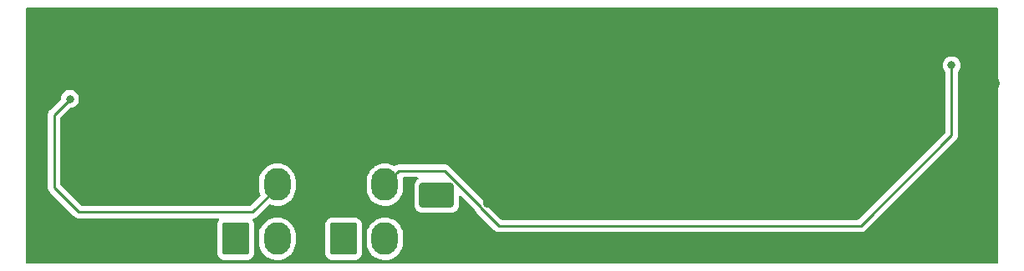
<source format=gbr>
%TF.GenerationSoftware,KiCad,Pcbnew,(6.0.9)*%
%TF.CreationDate,2023-04-01T14:39:57-08:00*%
%TF.ProjectId,LEFT CIRCUIT BREAKER,4c454654-2043-4495-9243-554954204252,1*%
%TF.SameCoordinates,Original*%
%TF.FileFunction,Copper,L2,Bot*%
%TF.FilePolarity,Positive*%
%FSLAX46Y46*%
G04 Gerber Fmt 4.6, Leading zero omitted, Abs format (unit mm)*
G04 Created by KiCad (PCBNEW (6.0.9)) date 2023-04-01 14:39:57*
%MOMM*%
%LPD*%
G01*
G04 APERTURE LIST*
G04 Aperture macros list*
%AMRoundRect*
0 Rectangle with rounded corners*
0 $1 Rounding radius*
0 $2 $3 $4 $5 $6 $7 $8 $9 X,Y pos of 4 corners*
0 Add a 4 corners polygon primitive as box body*
4,1,4,$2,$3,$4,$5,$6,$7,$8,$9,$2,$3,0*
0 Add four circle primitives for the rounded corners*
1,1,$1+$1,$2,$3*
1,1,$1+$1,$4,$5*
1,1,$1+$1,$6,$7*
1,1,$1+$1,$8,$9*
0 Add four rect primitives between the rounded corners*
20,1,$1+$1,$2,$3,$4,$5,0*
20,1,$1+$1,$4,$5,$6,$7,0*
20,1,$1+$1,$6,$7,$8,$9,0*
20,1,$1+$1,$8,$9,$2,$3,0*%
G04 Aperture macros list end*
%TA.AperFunction,SMDPad,CuDef*%
%ADD10RoundRect,0.250000X-1.500000X-1.000000X1.500000X-1.000000X1.500000X1.000000X-1.500000X1.000000X0*%
%TD*%
%TA.AperFunction,ComponentPad*%
%ADD11RoundRect,0.250001X-1.099999X-1.399999X1.099999X-1.399999X1.099999X1.399999X-1.099999X1.399999X0*%
%TD*%
%TA.AperFunction,ComponentPad*%
%ADD12O,2.700000X3.300000*%
%TD*%
%TA.AperFunction,ViaPad*%
%ADD13C,1.500000*%
%TD*%
%TA.AperFunction,ViaPad*%
%ADD14C,0.800000*%
%TD*%
%TA.AperFunction,Conductor*%
%ADD15C,0.250000*%
%TD*%
G04 APERTURE END LIST*
D10*
%TO.P,C1,1*%
%TO.N,/LED+5V*%
X54128840Y-5124280D03*
%TO.P,C1,2*%
%TO.N,/LEDGND*%
X60628840Y-5124280D03*
%TD*%
D11*
%TO.P,J1,1*%
%TO.N,/LED+5V*%
X33778840Y-9524280D03*
D12*
%TO.P,J1,2*%
X37978840Y-9524280D03*
%TO.P,J1,3*%
%TO.N,/LEDGND*%
X33778840Y-4024280D03*
%TO.P,J1,4*%
%TO.N,/DATAIN*%
X37978840Y-4024280D03*
%TD*%
D11*
%TO.P,J2,1*%
%TO.N,/LED+5V*%
X44678840Y-9524280D03*
D12*
%TO.P,J2,2*%
X48878840Y-9524280D03*
%TO.P,J2,3*%
%TO.N,/LEDGND*%
X44678840Y-4024280D03*
%TO.P,J2,4*%
%TO.N,/DATAOUT*%
X48878840Y-4024280D03*
%TD*%
D13*
%TO.N,/LEDGND*%
X79978840Y9675720D03*
X36178840Y1175720D03*
X110378840Y6275720D03*
X94578840Y6475720D03*
X103378840Y6375720D03*
X54678840Y9775720D03*
X79878840Y3375720D03*
X53078840Y1175720D03*
X29553840Y9600720D03*
X26778840Y-224280D03*
X61478840Y1175720D03*
X101578840Y175720D03*
X18278840Y-224280D03*
X44678840Y1175720D03*
D14*
%TO.N,/DATAIN*%
X16978840Y4675720D03*
%TO.N,/DATAOUT*%
X106278840Y8075720D03*
%TD*%
D15*
%TO.N,/DATAIN*%
X16978840Y4675720D02*
X16978840Y4675720D01*
X35478840Y-6824280D02*
X17878840Y-6824280D01*
X15378840Y3075720D02*
X16978840Y4675720D01*
X17878840Y-6824280D02*
X15378840Y-4324280D01*
X15378840Y-4324280D02*
X15378840Y3075720D01*
X37978840Y-4024280D02*
X37978840Y-4324280D01*
X37978840Y-4324280D02*
X35478840Y-6824280D01*
%TO.N,/DATAOUT*%
X97078840Y-8224280D02*
X97278840Y-8024280D01*
X58553830Y-6236080D02*
X58553830Y-6362460D01*
X58553830Y-6362460D02*
X60415650Y-8224280D01*
X50278840Y-2624280D02*
X54942030Y-2624280D01*
X48878840Y-4024280D02*
X50278840Y-2624280D01*
X106278840Y7510035D02*
X106278840Y975720D01*
X60415650Y-8224280D02*
X97078840Y-8224280D01*
X54942030Y-2624280D02*
X58553830Y-6236080D01*
X106278840Y8075720D02*
X106278840Y7510035D01*
X97278840Y-8024280D02*
X97178840Y-8124280D01*
X106278840Y975720D02*
X97278840Y-8024280D01*
%TD*%
%TA.AperFunction,Conductor*%
%TO.N,/LEDGND*%
G36*
X110912461Y13947218D02*
G01*
X110958954Y13893562D01*
X110970340Y13841220D01*
X110970340Y-11889780D01*
X110950338Y-11957901D01*
X110896682Y-12004394D01*
X110844340Y-12015780D01*
X12613340Y-12015780D01*
X12545219Y-11995778D01*
X12498726Y-11942122D01*
X12487340Y-11889780D01*
X12487340Y3095777D01*
X14740620Y3095777D01*
X14741366Y3087885D01*
X14744781Y3051759D01*
X14745340Y3039901D01*
X14745340Y-4245513D01*
X14744813Y-4256696D01*
X14743138Y-4264189D01*
X14743387Y-4272115D01*
X14743387Y-4272116D01*
X14745278Y-4332266D01*
X14745340Y-4336225D01*
X14745340Y-4364136D01*
X14745837Y-4368070D01*
X14745837Y-4368071D01*
X14745845Y-4368136D01*
X14746778Y-4379973D01*
X14748167Y-4424169D01*
X14753818Y-4443619D01*
X14757827Y-4462980D01*
X14760366Y-4483077D01*
X14763285Y-4490448D01*
X14763285Y-4490450D01*
X14776644Y-4524192D01*
X14780489Y-4535422D01*
X14792822Y-4577873D01*
X14796855Y-4584692D01*
X14796857Y-4584697D01*
X14803133Y-4595308D01*
X14811828Y-4613056D01*
X14819288Y-4631897D01*
X14823950Y-4638313D01*
X14823950Y-4638314D01*
X14845276Y-4667667D01*
X14851792Y-4677587D01*
X14874298Y-4715642D01*
X14888619Y-4729963D01*
X14901459Y-4744996D01*
X14913368Y-4761387D01*
X14919474Y-4766438D01*
X14947445Y-4789578D01*
X14956224Y-4797568D01*
X17375188Y-7216533D01*
X17382728Y-7224819D01*
X17386840Y-7231298D01*
X17392617Y-7236723D01*
X17436491Y-7277923D01*
X17439333Y-7280678D01*
X17459070Y-7300415D01*
X17462267Y-7302895D01*
X17471287Y-7310598D01*
X17503519Y-7340866D01*
X17510465Y-7344685D01*
X17510468Y-7344687D01*
X17521274Y-7350628D01*
X17537793Y-7361479D01*
X17553799Y-7373894D01*
X17561068Y-7377039D01*
X17561072Y-7377042D01*
X17594377Y-7391454D01*
X17605027Y-7396671D01*
X17643780Y-7417975D01*
X17651455Y-7419946D01*
X17651456Y-7419946D01*
X17663402Y-7423013D01*
X17682106Y-7429417D01*
X17688457Y-7432165D01*
X17700695Y-7437461D01*
X17708518Y-7438700D01*
X17708528Y-7438703D01*
X17744364Y-7444379D01*
X17755984Y-7446785D01*
X17787799Y-7454953D01*
X17798810Y-7457780D01*
X17819064Y-7457780D01*
X17838774Y-7459331D01*
X17858783Y-7462500D01*
X17866675Y-7461754D01*
X17902801Y-7458339D01*
X17914659Y-7457780D01*
X31973129Y-7457780D01*
X32041250Y-7477782D01*
X32087743Y-7531438D01*
X32097847Y-7601712D01*
X32077282Y-7649588D01*
X32079535Y-7650977D01*
X31986725Y-7801542D01*
X31931043Y-7969419D01*
X31930343Y-7976255D01*
X31930342Y-7976258D01*
X31925931Y-8019311D01*
X31920340Y-8073880D01*
X31920340Y-10974680D01*
X31920677Y-10977926D01*
X31920677Y-10977930D01*
X31928718Y-11055421D01*
X31931314Y-11080445D01*
X31987290Y-11248225D01*
X32080362Y-11398628D01*
X32205537Y-11523585D01*
X32211767Y-11527425D01*
X32211768Y-11527426D01*
X32348930Y-11611974D01*
X32356102Y-11616395D01*
X32435845Y-11642844D01*
X32517451Y-11669912D01*
X32517453Y-11669912D01*
X32523979Y-11672077D01*
X32530815Y-11672777D01*
X32530818Y-11672778D01*
X32573871Y-11677189D01*
X32628440Y-11682780D01*
X34929240Y-11682780D01*
X34932486Y-11682443D01*
X34932490Y-11682443D01*
X35028147Y-11672518D01*
X35028151Y-11672517D01*
X35035005Y-11671806D01*
X35041541Y-11669625D01*
X35041543Y-11669625D01*
X35182529Y-11622588D01*
X35202785Y-11615830D01*
X35353188Y-11522758D01*
X35478145Y-11397583D01*
X35481986Y-11391352D01*
X35567115Y-11253248D01*
X35567116Y-11253246D01*
X35570955Y-11247018D01*
X35626637Y-11079141D01*
X35629068Y-11055421D01*
X35631749Y-11029249D01*
X35637340Y-10974680D01*
X35637340Y-9892792D01*
X36120340Y-9892792D01*
X36134887Y-10093284D01*
X36135871Y-10097739D01*
X36135871Y-10097742D01*
X36174036Y-10270602D01*
X36193034Y-10356652D01*
X36194652Y-10360922D01*
X36260784Y-10535474D01*
X36288590Y-10608868D01*
X36419554Y-10844648D01*
X36422326Y-10848280D01*
X36536448Y-10997815D01*
X36583183Y-11059053D01*
X36586449Y-11062246D01*
X36586451Y-11062248D01*
X36611754Y-11086983D01*
X36776048Y-11247592D01*
X36994110Y-11406314D01*
X37093871Y-11458801D01*
X37228761Y-11529770D01*
X37228767Y-11529773D01*
X37232801Y-11531895D01*
X37237106Y-11533415D01*
X37237110Y-11533417D01*
X37470483Y-11615830D01*
X37487120Y-11621705D01*
X37614872Y-11646885D01*
X37747268Y-11672980D01*
X37747274Y-11672981D01*
X37751740Y-11673861D01*
X37756293Y-11674088D01*
X37756296Y-11674088D01*
X38016548Y-11687044D01*
X38016554Y-11687044D01*
X38021117Y-11687271D01*
X38289609Y-11661655D01*
X38294043Y-11660570D01*
X38294049Y-11660569D01*
X38547152Y-11598635D01*
X38551590Y-11597549D01*
X38801573Y-11496295D01*
X39034322Y-11360015D01*
X39244959Y-11191564D01*
X39429074Y-10994471D01*
X39442803Y-10974680D01*
X42820340Y-10974680D01*
X42820677Y-10977926D01*
X42820677Y-10977930D01*
X42828718Y-11055421D01*
X42831314Y-11080445D01*
X42887290Y-11248225D01*
X42980362Y-11398628D01*
X43105537Y-11523585D01*
X43111767Y-11527425D01*
X43111768Y-11527426D01*
X43248930Y-11611974D01*
X43256102Y-11616395D01*
X43335845Y-11642844D01*
X43417451Y-11669912D01*
X43417453Y-11669912D01*
X43423979Y-11672077D01*
X43430815Y-11672777D01*
X43430818Y-11672778D01*
X43473871Y-11677189D01*
X43528440Y-11682780D01*
X45829240Y-11682780D01*
X45832486Y-11682443D01*
X45832490Y-11682443D01*
X45928147Y-11672518D01*
X45928151Y-11672517D01*
X45935005Y-11671806D01*
X45941541Y-11669625D01*
X45941543Y-11669625D01*
X46082529Y-11622588D01*
X46102785Y-11615830D01*
X46253188Y-11522758D01*
X46378145Y-11397583D01*
X46381986Y-11391352D01*
X46467115Y-11253248D01*
X46467116Y-11253246D01*
X46470955Y-11247018D01*
X46526637Y-11079141D01*
X46529068Y-11055421D01*
X46531749Y-11029249D01*
X46537340Y-10974680D01*
X46537340Y-9892792D01*
X47020340Y-9892792D01*
X47034887Y-10093284D01*
X47035871Y-10097739D01*
X47035871Y-10097742D01*
X47074036Y-10270602D01*
X47093034Y-10356652D01*
X47094652Y-10360922D01*
X47160784Y-10535474D01*
X47188590Y-10608868D01*
X47319554Y-10844648D01*
X47322326Y-10848280D01*
X47436448Y-10997815D01*
X47483183Y-11059053D01*
X47486449Y-11062246D01*
X47486451Y-11062248D01*
X47511754Y-11086983D01*
X47676048Y-11247592D01*
X47894110Y-11406314D01*
X47993871Y-11458801D01*
X48128761Y-11529770D01*
X48128767Y-11529773D01*
X48132801Y-11531895D01*
X48137106Y-11533415D01*
X48137110Y-11533417D01*
X48370483Y-11615830D01*
X48387120Y-11621705D01*
X48514872Y-11646885D01*
X48647268Y-11672980D01*
X48647274Y-11672981D01*
X48651740Y-11673861D01*
X48656293Y-11674088D01*
X48656296Y-11674088D01*
X48916548Y-11687044D01*
X48916554Y-11687044D01*
X48921117Y-11687271D01*
X49189609Y-11661655D01*
X49194043Y-11660570D01*
X49194049Y-11660569D01*
X49447152Y-11598635D01*
X49451590Y-11597549D01*
X49701573Y-11496295D01*
X49934322Y-11360015D01*
X50144959Y-11191564D01*
X50329074Y-10994471D01*
X50482808Y-10772864D01*
X50602941Y-10531386D01*
X50686958Y-10275094D01*
X50687738Y-10270602D01*
X50732441Y-10013140D01*
X50732442Y-10013132D01*
X50733097Y-10009359D01*
X50737340Y-9924131D01*
X50737340Y-9155768D01*
X50722793Y-8955276D01*
X50701391Y-8858339D01*
X50665631Y-8696368D01*
X50665630Y-8696364D01*
X50664646Y-8691908D01*
X50616868Y-8565800D01*
X50570708Y-8443962D01*
X50570707Y-8443959D01*
X50569090Y-8439692D01*
X50438126Y-8203912D01*
X50336408Y-8070630D01*
X50277269Y-7993139D01*
X50277268Y-7993138D01*
X50274497Y-7989507D01*
X50247271Y-7962891D01*
X50142363Y-7860337D01*
X50081632Y-7800968D01*
X49863570Y-7642246D01*
X49760277Y-7587901D01*
X49628919Y-7518790D01*
X49628913Y-7518787D01*
X49624879Y-7516665D01*
X49620574Y-7515145D01*
X49620570Y-7515143D01*
X49374873Y-7428378D01*
X49374872Y-7428378D01*
X49370560Y-7426855D01*
X49217443Y-7396676D01*
X49110412Y-7375580D01*
X49110406Y-7375579D01*
X49105940Y-7374699D01*
X49101387Y-7374472D01*
X49101384Y-7374472D01*
X48841132Y-7361516D01*
X48841126Y-7361516D01*
X48836563Y-7361289D01*
X48568071Y-7386905D01*
X48563637Y-7387990D01*
X48563631Y-7387991D01*
X48329400Y-7445307D01*
X48306090Y-7451011D01*
X48056107Y-7552265D01*
X47823358Y-7688545D01*
X47612721Y-7856996D01*
X47428606Y-8054089D01*
X47274872Y-8275696D01*
X47154739Y-8517174D01*
X47153318Y-8521508D01*
X47153317Y-8521511D01*
X47072174Y-8769038D01*
X47070722Y-8773466D01*
X47069942Y-8777957D01*
X47069942Y-8777958D01*
X47038365Y-8959827D01*
X47024583Y-9039201D01*
X47020340Y-9124429D01*
X47020340Y-9892792D01*
X46537340Y-9892792D01*
X46537340Y-8073880D01*
X46534940Y-8050745D01*
X46527078Y-7974973D01*
X46527077Y-7974969D01*
X46526366Y-7968115D01*
X46470390Y-7800335D01*
X46377318Y-7649932D01*
X46252143Y-7524975D01*
X46166228Y-7472016D01*
X46107808Y-7436005D01*
X46107806Y-7436004D01*
X46101578Y-7432165D01*
X46004564Y-7399987D01*
X45940229Y-7378648D01*
X45940227Y-7378648D01*
X45933701Y-7376483D01*
X45926865Y-7375783D01*
X45926862Y-7375782D01*
X45883809Y-7371371D01*
X45829240Y-7365780D01*
X43528440Y-7365780D01*
X43525194Y-7366117D01*
X43525190Y-7366117D01*
X43429533Y-7376042D01*
X43429529Y-7376043D01*
X43422675Y-7376754D01*
X43416139Y-7378935D01*
X43416137Y-7378935D01*
X43310559Y-7414159D01*
X43254895Y-7432730D01*
X43104492Y-7525802D01*
X42979535Y-7650977D01*
X42975695Y-7657207D01*
X42975694Y-7657208D01*
X42956378Y-7688545D01*
X42886725Y-7801542D01*
X42831043Y-7969419D01*
X42830343Y-7976255D01*
X42830342Y-7976258D01*
X42825931Y-8019311D01*
X42820340Y-8073880D01*
X42820340Y-10974680D01*
X39442803Y-10974680D01*
X39582808Y-10772864D01*
X39702941Y-10531386D01*
X39786958Y-10275094D01*
X39787738Y-10270602D01*
X39832441Y-10013140D01*
X39832442Y-10013132D01*
X39833097Y-10009359D01*
X39837340Y-9924131D01*
X39837340Y-9155768D01*
X39822793Y-8955276D01*
X39801391Y-8858339D01*
X39765631Y-8696368D01*
X39765630Y-8696364D01*
X39764646Y-8691908D01*
X39716868Y-8565800D01*
X39670708Y-8443962D01*
X39670707Y-8443959D01*
X39669090Y-8439692D01*
X39538126Y-8203912D01*
X39436408Y-8070630D01*
X39377269Y-7993139D01*
X39377268Y-7993138D01*
X39374497Y-7989507D01*
X39347271Y-7962891D01*
X39242363Y-7860337D01*
X39181632Y-7800968D01*
X38963570Y-7642246D01*
X38860277Y-7587901D01*
X38728919Y-7518790D01*
X38728913Y-7518787D01*
X38724879Y-7516665D01*
X38720574Y-7515145D01*
X38720570Y-7515143D01*
X38474873Y-7428378D01*
X38474872Y-7428378D01*
X38470560Y-7426855D01*
X38317443Y-7396676D01*
X38210412Y-7375580D01*
X38210406Y-7375579D01*
X38205940Y-7374699D01*
X38201387Y-7374472D01*
X38201384Y-7374472D01*
X37941132Y-7361516D01*
X37941126Y-7361516D01*
X37936563Y-7361289D01*
X37668071Y-7386905D01*
X37663637Y-7387990D01*
X37663631Y-7387991D01*
X37429400Y-7445307D01*
X37406090Y-7451011D01*
X37156107Y-7552265D01*
X36923358Y-7688545D01*
X36712721Y-7856996D01*
X36528606Y-8054089D01*
X36374872Y-8275696D01*
X36254739Y-8517174D01*
X36253318Y-8521508D01*
X36253317Y-8521511D01*
X36172174Y-8769038D01*
X36170722Y-8773466D01*
X36169942Y-8777957D01*
X36169942Y-8777958D01*
X36138365Y-8959827D01*
X36124583Y-9039201D01*
X36120340Y-9124429D01*
X36120340Y-9892792D01*
X35637340Y-9892792D01*
X35637340Y-8073880D01*
X35634940Y-8050745D01*
X35627078Y-7974973D01*
X35627077Y-7974969D01*
X35626366Y-7968115D01*
X35570390Y-7800335D01*
X35477318Y-7649932D01*
X35479315Y-7648696D01*
X35456917Y-7593341D01*
X35470097Y-7523578D01*
X35518902Y-7472016D01*
X35563420Y-7459254D01*
X35562975Y-7456443D01*
X35570809Y-7455202D01*
X35578729Y-7454953D01*
X35598183Y-7449301D01*
X35617540Y-7445293D01*
X35629770Y-7443748D01*
X35629771Y-7443748D01*
X35637637Y-7442754D01*
X35645008Y-7439835D01*
X35645010Y-7439835D01*
X35678752Y-7426476D01*
X35689982Y-7422631D01*
X35724823Y-7412509D01*
X35724824Y-7412509D01*
X35732433Y-7410298D01*
X35739252Y-7406265D01*
X35739257Y-7406263D01*
X35749868Y-7399987D01*
X35767616Y-7391292D01*
X35786457Y-7383832D01*
X35822227Y-7357844D01*
X35832147Y-7351328D01*
X35863375Y-7332860D01*
X35863378Y-7332858D01*
X35870202Y-7328822D01*
X35884523Y-7314501D01*
X35899557Y-7301660D01*
X35909534Y-7294411D01*
X35915947Y-7289752D01*
X35944138Y-7255675D01*
X35952128Y-7246896D01*
X37128107Y-6070917D01*
X37190419Y-6036891D01*
X37259158Y-6041203D01*
X37449891Y-6108558D01*
X37487120Y-6121705D01*
X37614872Y-6146885D01*
X37747268Y-6172980D01*
X37747274Y-6172981D01*
X37751740Y-6173861D01*
X37756293Y-6174088D01*
X37756296Y-6174088D01*
X38016548Y-6187044D01*
X38016554Y-6187044D01*
X38021117Y-6187271D01*
X38289609Y-6161655D01*
X38294043Y-6160570D01*
X38294049Y-6160569D01*
X38547152Y-6098635D01*
X38551590Y-6097549D01*
X38801573Y-5996295D01*
X39034322Y-5860015D01*
X39244959Y-5691564D01*
X39429074Y-5494471D01*
X39582808Y-5272864D01*
X39702941Y-5031386D01*
X39724542Y-4965494D01*
X39785538Y-4779427D01*
X39785539Y-4779421D01*
X39786958Y-4775094D01*
X39804776Y-4672472D01*
X39832441Y-4513140D01*
X39832442Y-4513132D01*
X39833097Y-4509359D01*
X39836370Y-4443619D01*
X39837262Y-4425702D01*
X39837262Y-4425694D01*
X39837340Y-4424131D01*
X39837340Y-4392792D01*
X47020340Y-4392792D01*
X47020505Y-4395060D01*
X47020505Y-4395072D01*
X47026320Y-4475210D01*
X47034887Y-4593284D01*
X47035871Y-4597739D01*
X47035871Y-4597742D01*
X47079060Y-4793357D01*
X47093034Y-4856652D01*
X47094652Y-4860922D01*
X47160784Y-5035474D01*
X47188590Y-5108868D01*
X47319554Y-5344648D01*
X47322326Y-5348280D01*
X47436448Y-5497815D01*
X47483183Y-5559053D01*
X47676048Y-5747592D01*
X47894110Y-5906314D01*
X47950226Y-5935838D01*
X48128761Y-6029770D01*
X48128767Y-6029773D01*
X48132801Y-6031895D01*
X48137106Y-6033415D01*
X48137110Y-6033417D01*
X48349891Y-6108558D01*
X48387120Y-6121705D01*
X48514872Y-6146885D01*
X48647268Y-6172980D01*
X48647274Y-6172981D01*
X48651740Y-6173861D01*
X48656293Y-6174088D01*
X48656296Y-6174088D01*
X48916548Y-6187044D01*
X48916554Y-6187044D01*
X48921117Y-6187271D01*
X49189609Y-6161655D01*
X49194043Y-6160570D01*
X49194049Y-6160569D01*
X49447152Y-6098635D01*
X49451590Y-6097549D01*
X49701573Y-5996295D01*
X49934322Y-5860015D01*
X50144959Y-5691564D01*
X50329074Y-5494471D01*
X50482808Y-5272864D01*
X50602941Y-5031386D01*
X50624542Y-4965494D01*
X50685538Y-4779427D01*
X50685539Y-4779421D01*
X50686958Y-4775094D01*
X50704776Y-4672472D01*
X50732441Y-4513140D01*
X50732442Y-4513132D01*
X50733097Y-4509359D01*
X50736370Y-4443619D01*
X50737262Y-4425702D01*
X50737262Y-4425694D01*
X50737340Y-4424131D01*
X50737340Y-3655768D01*
X50736993Y-3650977D01*
X50723123Y-3459824D01*
X50722793Y-3455276D01*
X50713005Y-3410944D01*
X50717850Y-3340115D01*
X50760220Y-3283147D01*
X50826663Y-3258130D01*
X50836042Y-3257780D01*
X52144551Y-3257780D01*
X52212672Y-3277782D01*
X52259165Y-3331438D01*
X52269269Y-3401712D01*
X52239775Y-3466292D01*
X52210854Y-3490924D01*
X52154492Y-3525802D01*
X52029535Y-3650977D01*
X52025695Y-3657207D01*
X52025694Y-3657208D01*
X52025170Y-3658059D01*
X51936725Y-3801542D01*
X51881043Y-3969419D01*
X51870340Y-4073880D01*
X51870340Y-6174680D01*
X51881314Y-6280446D01*
X51937290Y-6448226D01*
X52030362Y-6598628D01*
X52155537Y-6723585D01*
X52161767Y-6727425D01*
X52161768Y-6727426D01*
X52298930Y-6811974D01*
X52306102Y-6816395D01*
X52340361Y-6827758D01*
X52467451Y-6869912D01*
X52467453Y-6869912D01*
X52473979Y-6872077D01*
X52480815Y-6872777D01*
X52480818Y-6872778D01*
X52523871Y-6877189D01*
X52578440Y-6882780D01*
X55679240Y-6882780D01*
X55682486Y-6882443D01*
X55682490Y-6882443D01*
X55778148Y-6872518D01*
X55778152Y-6872517D01*
X55785006Y-6871806D01*
X55791542Y-6869625D01*
X55791544Y-6869625D01*
X55923646Y-6825552D01*
X55952786Y-6815830D01*
X56103188Y-6722758D01*
X56228145Y-6597583D01*
X56242927Y-6573602D01*
X56317115Y-6453248D01*
X56317116Y-6453246D01*
X56320955Y-6447018D01*
X56376637Y-6279141D01*
X56387340Y-6174680D01*
X56387340Y-5269684D01*
X56407342Y-5201563D01*
X56460998Y-5155070D01*
X56531272Y-5144966D01*
X56595852Y-5174460D01*
X56602435Y-5180589D01*
X57911826Y-6489980D01*
X57939883Y-6532692D01*
X57951634Y-6562372D01*
X57955479Y-6573602D01*
X57965601Y-6608443D01*
X57967812Y-6616053D01*
X57971845Y-6622872D01*
X57971847Y-6622877D01*
X57978123Y-6633488D01*
X57986818Y-6651236D01*
X57994278Y-6670077D01*
X57998940Y-6676493D01*
X57998940Y-6676494D01*
X58020266Y-6705847D01*
X58026782Y-6715767D01*
X58030917Y-6722758D01*
X58049288Y-6753822D01*
X58063609Y-6768143D01*
X58076449Y-6783176D01*
X58088358Y-6799567D01*
X58104058Y-6812555D01*
X58122435Y-6827758D01*
X58131214Y-6835748D01*
X59911998Y-8616533D01*
X59919538Y-8624819D01*
X59923650Y-8631298D01*
X59929427Y-8636723D01*
X59973301Y-8677923D01*
X59976143Y-8680678D01*
X59995880Y-8700415D01*
X59999077Y-8702895D01*
X60008097Y-8710598D01*
X60040329Y-8740866D01*
X60047275Y-8744685D01*
X60047278Y-8744687D01*
X60058084Y-8750628D01*
X60074603Y-8761479D01*
X60090609Y-8773894D01*
X60097878Y-8777039D01*
X60097882Y-8777042D01*
X60131187Y-8791454D01*
X60141837Y-8796671D01*
X60180590Y-8817975D01*
X60188265Y-8819946D01*
X60188266Y-8819946D01*
X60200212Y-8823013D01*
X60218917Y-8829417D01*
X60237505Y-8837461D01*
X60245328Y-8838700D01*
X60245338Y-8838703D01*
X60281174Y-8844379D01*
X60292794Y-8846785D01*
X60324609Y-8854953D01*
X60335620Y-8857780D01*
X60355874Y-8857780D01*
X60375584Y-8859331D01*
X60395593Y-8862500D01*
X60403485Y-8861754D01*
X60422230Y-8859982D01*
X60439612Y-8858339D01*
X60451469Y-8857780D01*
X97000073Y-8857780D01*
X97011256Y-8858307D01*
X97018749Y-8859982D01*
X97026675Y-8859733D01*
X97026676Y-8859733D01*
X97086826Y-8857842D01*
X97090785Y-8857780D01*
X97118696Y-8857780D01*
X97122631Y-8857283D01*
X97122696Y-8857275D01*
X97134533Y-8856342D01*
X97166791Y-8855328D01*
X97170810Y-8855202D01*
X97178729Y-8854953D01*
X97198183Y-8849301D01*
X97217540Y-8845293D01*
X97229770Y-8843748D01*
X97229771Y-8843748D01*
X97237637Y-8842754D01*
X97245008Y-8839835D01*
X97245010Y-8839835D01*
X97278752Y-8826476D01*
X97289982Y-8822631D01*
X97324823Y-8812509D01*
X97324824Y-8812509D01*
X97332433Y-8810298D01*
X97339252Y-8806265D01*
X97339257Y-8806263D01*
X97349868Y-8799987D01*
X97367616Y-8791292D01*
X97386457Y-8783832D01*
X97422227Y-8757844D01*
X97432147Y-8751328D01*
X97463375Y-8732860D01*
X97463378Y-8732858D01*
X97470202Y-8728822D01*
X97484523Y-8714501D01*
X97499557Y-8701660D01*
X97509534Y-8694411D01*
X97515947Y-8689752D01*
X97544138Y-8655675D01*
X97552128Y-8646896D01*
X97754975Y-8444049D01*
X106671093Y472068D01*
X106679379Y479608D01*
X106685858Y483720D01*
X106732484Y533372D01*
X106735238Y536213D01*
X106754975Y555950D01*
X106757455Y559147D01*
X106765160Y568169D01*
X106789999Y594620D01*
X106795426Y600399D01*
X106799245Y607345D01*
X106799247Y607348D01*
X106805188Y618154D01*
X106816039Y634673D01*
X106823598Y644419D01*
X106828454Y650679D01*
X106831599Y657948D01*
X106831602Y657952D01*
X106846014Y691257D01*
X106851231Y701907D01*
X106872535Y740660D01*
X106877573Y760283D01*
X106883977Y778986D01*
X106888873Y790300D01*
X106888873Y790301D01*
X106892021Y797575D01*
X106893260Y805398D01*
X106893263Y805408D01*
X106898939Y841244D01*
X106901345Y852864D01*
X106910368Y888009D01*
X106910368Y888010D01*
X106912340Y895690D01*
X106912340Y915944D01*
X106913891Y935655D01*
X106915820Y947834D01*
X106917060Y955663D01*
X106912899Y999682D01*
X106912340Y1011539D01*
X106912340Y7373196D01*
X106932342Y7441317D01*
X106944698Y7457499D01*
X107017880Y7538776D01*
X107113367Y7704164D01*
X107172382Y7885792D01*
X107192344Y8075720D01*
X107172382Y8265648D01*
X107113367Y8447276D01*
X107017880Y8612664D01*
X106890093Y8754586D01*
X106735592Y8866838D01*
X106729564Y8869522D01*
X106729562Y8869523D01*
X106567159Y8941829D01*
X106567158Y8941829D01*
X106561128Y8944514D01*
X106467728Y8964367D01*
X106380784Y8982848D01*
X106380779Y8982848D01*
X106374327Y8984220D01*
X106183353Y8984220D01*
X106176901Y8982848D01*
X106176896Y8982848D01*
X106089952Y8964367D01*
X105996552Y8944514D01*
X105990522Y8941829D01*
X105990521Y8941829D01*
X105828118Y8869523D01*
X105828116Y8869522D01*
X105822088Y8866838D01*
X105667587Y8754586D01*
X105539800Y8612664D01*
X105444313Y8447276D01*
X105385298Y8265648D01*
X105365336Y8075720D01*
X105385298Y7885792D01*
X105444313Y7704164D01*
X105539800Y7538776D01*
X105612977Y7457505D01*
X105643693Y7393499D01*
X105645340Y7373196D01*
X105645340Y1290314D01*
X105625338Y1222193D01*
X105608435Y1201219D01*
X96887477Y-7519738D01*
X96853340Y-7553875D01*
X96791028Y-7587901D01*
X96764245Y-7590780D01*
X60730244Y-7590780D01*
X60662123Y-7570778D01*
X60641149Y-7553875D01*
X59923023Y-6835748D01*
X59195833Y-6108558D01*
X59167776Y-6065845D01*
X59156030Y-6036177D01*
X59152185Y-6024948D01*
X59142060Y-5990097D01*
X59142060Y-5990096D01*
X59139849Y-5982487D01*
X59129535Y-5965046D01*
X59120838Y-5947293D01*
X59116302Y-5935838D01*
X59113382Y-5928463D01*
X59087393Y-5892692D01*
X59080877Y-5882772D01*
X59068785Y-5862325D01*
X59058372Y-5844718D01*
X59044051Y-5830397D01*
X59031210Y-5815363D01*
X59023961Y-5805386D01*
X59019302Y-5798973D01*
X58985225Y-5770782D01*
X58976446Y-5762792D01*
X55445682Y-2232027D01*
X55438142Y-2223741D01*
X55434030Y-2217262D01*
X55384378Y-2170636D01*
X55381537Y-2167882D01*
X55361800Y-2148145D01*
X55358603Y-2145665D01*
X55349581Y-2137960D01*
X55330409Y-2119956D01*
X55317351Y-2107694D01*
X55310405Y-2103875D01*
X55310402Y-2103873D01*
X55299596Y-2097932D01*
X55283077Y-2087081D01*
X55282613Y-2086721D01*
X55267071Y-2074666D01*
X55259802Y-2071521D01*
X55259798Y-2071518D01*
X55226493Y-2057106D01*
X55215843Y-2051889D01*
X55177090Y-2030585D01*
X55157467Y-2025547D01*
X55138764Y-2019143D01*
X55127450Y-2014247D01*
X55127449Y-2014247D01*
X55120175Y-2011099D01*
X55112352Y-2009860D01*
X55112342Y-2009857D01*
X55076506Y-2004181D01*
X55064886Y-2001775D01*
X55029741Y-1992752D01*
X55029740Y-1992752D01*
X55022060Y-1990780D01*
X55001806Y-1990780D01*
X54982095Y-1989229D01*
X54969916Y-1987300D01*
X54962087Y-1986060D01*
X54932816Y-1988827D01*
X54918069Y-1990221D01*
X54906211Y-1990780D01*
X50357607Y-1990780D01*
X50346424Y-1990253D01*
X50338931Y-1988578D01*
X50331005Y-1988827D01*
X50331004Y-1988827D01*
X50270854Y-1990718D01*
X50266895Y-1990780D01*
X50238984Y-1990780D01*
X50235050Y-1991277D01*
X50235049Y-1991277D01*
X50234984Y-1991285D01*
X50223147Y-1992218D01*
X50190889Y-1993232D01*
X50186870Y-1993358D01*
X50178951Y-1993607D01*
X50159497Y-1999259D01*
X50140140Y-2003267D01*
X50127910Y-2004812D01*
X50127909Y-2004812D01*
X50120043Y-2005806D01*
X50112672Y-2008725D01*
X50112670Y-2008725D01*
X50078928Y-2022084D01*
X50067698Y-2025929D01*
X50032857Y-2036051D01*
X50032856Y-2036051D01*
X50025247Y-2038262D01*
X50018428Y-2042295D01*
X50018423Y-2042297D01*
X50007812Y-2048573D01*
X49990064Y-2057268D01*
X49971223Y-2064728D01*
X49964807Y-2069390D01*
X49964806Y-2069390D01*
X49935453Y-2090716D01*
X49925542Y-2097227D01*
X49916635Y-2102495D01*
X49847822Y-2119956D01*
X49793826Y-2105552D01*
X49628919Y-2018790D01*
X49628913Y-2018787D01*
X49624879Y-2016665D01*
X49620574Y-2015145D01*
X49620570Y-2015143D01*
X49374873Y-1928378D01*
X49374872Y-1928378D01*
X49370560Y-1926855D01*
X49242808Y-1901675D01*
X49110412Y-1875580D01*
X49110406Y-1875579D01*
X49105940Y-1874699D01*
X49101387Y-1874472D01*
X49101384Y-1874472D01*
X48841132Y-1861516D01*
X48841126Y-1861516D01*
X48836563Y-1861289D01*
X48568071Y-1886905D01*
X48563637Y-1887990D01*
X48563631Y-1887991D01*
X48310528Y-1949925D01*
X48306090Y-1951011D01*
X48056107Y-2052265D01*
X47978114Y-2097932D01*
X47853943Y-2170637D01*
X47823358Y-2188545D01*
X47612721Y-2356996D01*
X47428606Y-2554089D01*
X47274872Y-2775696D01*
X47154739Y-3017174D01*
X47070722Y-3273466D01*
X47069942Y-3277957D01*
X47069942Y-3277958D01*
X47026010Y-3530984D01*
X47024583Y-3539201D01*
X47020340Y-3624429D01*
X47020340Y-4392792D01*
X39837340Y-4392792D01*
X39837340Y-3655768D01*
X39836993Y-3650977D01*
X39823123Y-3459827D01*
X39823123Y-3459824D01*
X39822793Y-3455276D01*
X39803034Y-3365780D01*
X39765631Y-3196368D01*
X39765630Y-3196364D01*
X39764646Y-3191908D01*
X39716868Y-3065800D01*
X39670708Y-2943962D01*
X39670707Y-2943959D01*
X39669090Y-2939692D01*
X39538126Y-2703912D01*
X39456312Y-2596710D01*
X39377269Y-2493139D01*
X39377268Y-2493138D01*
X39374497Y-2489507D01*
X39181632Y-2300968D01*
X38963570Y-2142246D01*
X38810688Y-2061811D01*
X38728919Y-2018790D01*
X38728913Y-2018787D01*
X38724879Y-2016665D01*
X38720574Y-2015145D01*
X38720570Y-2015143D01*
X38474873Y-1928378D01*
X38474872Y-1928378D01*
X38470560Y-1926855D01*
X38342808Y-1901675D01*
X38210412Y-1875580D01*
X38210406Y-1875579D01*
X38205940Y-1874699D01*
X38201387Y-1874472D01*
X38201384Y-1874472D01*
X37941132Y-1861516D01*
X37941126Y-1861516D01*
X37936563Y-1861289D01*
X37668071Y-1886905D01*
X37663637Y-1887990D01*
X37663631Y-1887991D01*
X37410528Y-1949925D01*
X37406090Y-1951011D01*
X37156107Y-2052265D01*
X37078114Y-2097932D01*
X36953943Y-2170637D01*
X36923358Y-2188545D01*
X36712721Y-2356996D01*
X36528606Y-2554089D01*
X36374872Y-2775696D01*
X36254739Y-3017174D01*
X36170722Y-3273466D01*
X36169942Y-3277957D01*
X36169942Y-3277958D01*
X36126010Y-3530984D01*
X36124583Y-3539201D01*
X36120340Y-3624429D01*
X36120340Y-4392792D01*
X36120505Y-4395060D01*
X36120505Y-4395072D01*
X36126320Y-4475210D01*
X36134887Y-4593284D01*
X36135871Y-4597739D01*
X36135871Y-4597742D01*
X36179060Y-4793357D01*
X36193034Y-4856652D01*
X36194651Y-4860919D01*
X36194653Y-4860927D01*
X36262419Y-5039793D01*
X36267849Y-5110581D01*
X36233687Y-5173528D01*
X35253340Y-6153875D01*
X35191028Y-6187901D01*
X35164245Y-6190780D01*
X18193434Y-6190780D01*
X18125313Y-6170778D01*
X18104339Y-6153875D01*
X16049245Y-4098780D01*
X16015219Y-4036468D01*
X16012340Y-4009685D01*
X16012340Y2761126D01*
X16032342Y2829247D01*
X16049245Y2850221D01*
X16929339Y3730315D01*
X16991651Y3764341D01*
X17018434Y3767220D01*
X17074327Y3767220D01*
X17080779Y3768592D01*
X17080784Y3768592D01*
X17167728Y3787073D01*
X17261128Y3806926D01*
X17267159Y3809611D01*
X17429562Y3881917D01*
X17429564Y3881918D01*
X17435592Y3884602D01*
X17590093Y3996854D01*
X17717880Y4138776D01*
X17813367Y4304164D01*
X17872382Y4485792D01*
X17892344Y4675720D01*
X17872382Y4865648D01*
X17813367Y5047276D01*
X17717880Y5212664D01*
X17590093Y5354586D01*
X17435592Y5466838D01*
X17429564Y5469522D01*
X17429562Y5469523D01*
X17267159Y5541829D01*
X17267158Y5541829D01*
X17261128Y5544514D01*
X17167727Y5564367D01*
X17080784Y5582848D01*
X17080779Y5582848D01*
X17074327Y5584220D01*
X16883353Y5584220D01*
X16876901Y5582848D01*
X16876896Y5582848D01*
X16789953Y5564367D01*
X16696552Y5544514D01*
X16690522Y5541829D01*
X16690521Y5541829D01*
X16528118Y5469523D01*
X16528116Y5469522D01*
X16522088Y5466838D01*
X16367587Y5354586D01*
X16239800Y5212664D01*
X16144313Y5047276D01*
X16085298Y4865648D01*
X16084608Y4859087D01*
X16084608Y4859085D01*
X16067933Y4700427D01*
X16040920Y4634770D01*
X16031718Y4624502D01*
X14986587Y3579372D01*
X14978301Y3571832D01*
X14971822Y3567720D01*
X14966397Y3561943D01*
X14925197Y3518069D01*
X14922442Y3515227D01*
X14902705Y3495490D01*
X14900225Y3492293D01*
X14892522Y3483273D01*
X14862254Y3451041D01*
X14858435Y3444095D01*
X14858433Y3444092D01*
X14852492Y3433286D01*
X14841641Y3416767D01*
X14829226Y3400761D01*
X14826081Y3393492D01*
X14826078Y3393488D01*
X14811666Y3360183D01*
X14806449Y3349533D01*
X14785145Y3310780D01*
X14783174Y3303105D01*
X14783174Y3303104D01*
X14780107Y3291158D01*
X14773703Y3272454D01*
X14765659Y3253865D01*
X14764420Y3246042D01*
X14764417Y3246032D01*
X14758741Y3210196D01*
X14756335Y3198576D01*
X14745340Y3155750D01*
X14745340Y3135496D01*
X14743789Y3115786D01*
X14740620Y3095777D01*
X12487340Y3095777D01*
X12487340Y13841220D01*
X12507342Y13909341D01*
X12560998Y13955834D01*
X12613340Y13967220D01*
X110844340Y13967220D01*
X110912461Y13947218D01*
G37*
%TD.AperFunction*%
%TD*%
M02*

</source>
